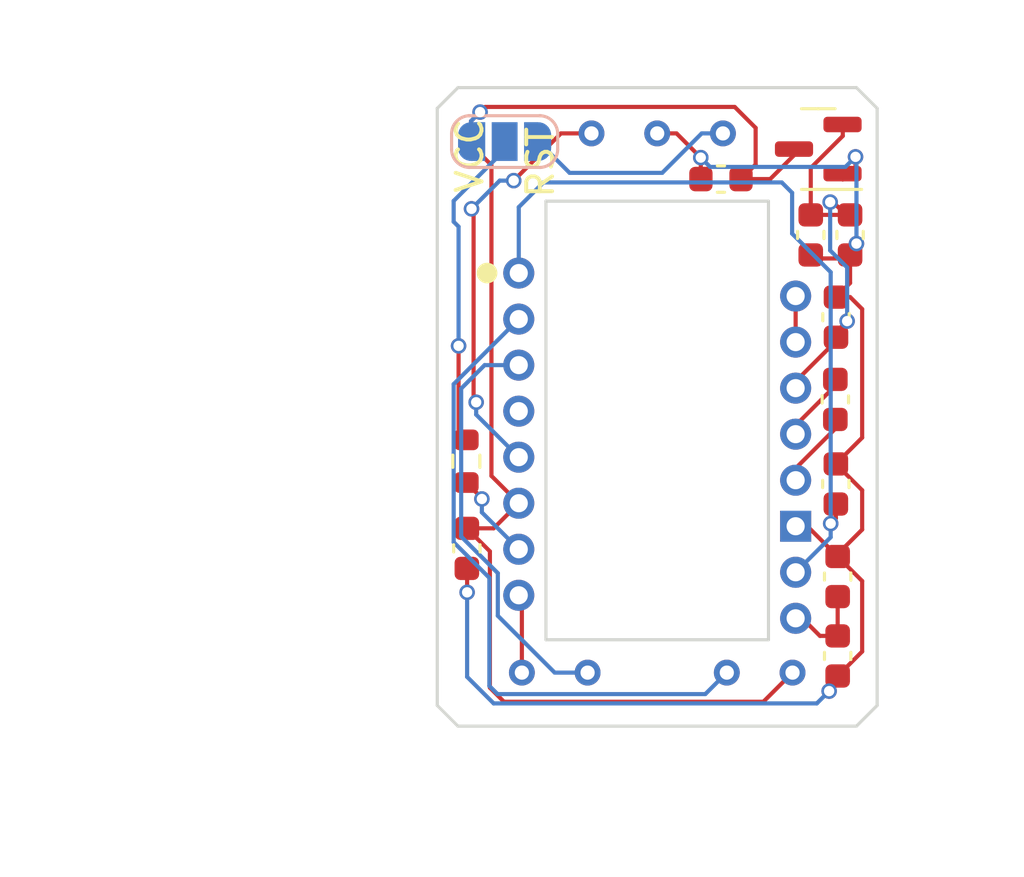
<source format=kicad_pcb>
(kicad_pcb (version 20211014) (generator pcbnew)
  (layers (0 "F.Cu" signal) (31 "B.Cu" signal) (34 "B.Paste" user) (35 "F.Paste" user) (36 "B.SilkS" user "B.Silkscreen") (37 "F.SilkS" user "F.Silkscreen") (38 "B.Mask" user) (39 "F.Mask" user) (44 "Edge.Cuts" user))
  (net 0 "")
  (footprint "Capacitor_SMD:C_0603_1608Metric" (layer "F.Cu") (at 139.29 99.14 -90)
    (fp_text reference "C10" hide)
    (fp_text value "1u")
    (fp_line (start -0.14058 0.51) (end 0.14058 0.51) (layer "F.SilkS") (width 0.12))
    (fp_line (start -0.14058 -0.51) (end 0.14058 -0.51) (layer "F.SilkS") (width 0.12))
    (pad "1" smd roundrect (at -0.775 0 270) (size 0.9 0.95) (layers "F.Cu" "F.Paste" "F.Mask"))
    (pad "2" smd roundrect (at 0.775 0 270) (size 0.9 0.95) (layers "F.Cu" "F.Paste" "F.Mask"))
  )
  (footprint "Capacitor_SMD:C_0603_1608Metric" (layer "F.Cu") (at 140.33 115.42 -90)
    (fp_text reference "C12" hide)
    (fp_text value " 10u (X7R)")
    (fp_line (start -0.14058 0.51) (end 0.14058 0.51) (layer "F.SilkS") (width 0.12))
    (fp_line (start -0.14058 -0.51) (end 0.14058 -0.51) (layer "F.SilkS") (width 0.12))
    (pad "1" smd roundrect (at -0.775 0 270) (size 0.9 0.95) (layers "F.Cu" "F.Paste" "F.Mask"))
    (pad "2" smd roundrect (at 0.775 0 270) (size 0.9 0.95) (layers "F.Cu" "F.Paste" "F.Mask"))
  )
  (footprint "Capacitor_SMD:C_0603_1608Metric" (layer "F.Cu") (at 140.24 105.5 -90)
    (fp_text reference "C8" hide)
    (fp_text value " 100n (X7R)")
    (fp_line (start -0.14058 0.51) (end 0.14058 0.51) (layer "F.SilkS") (width 0.12))
    (fp_line (start -0.14058 -0.51) (end 0.14058 -0.51) (layer "F.SilkS") (width 0.12))
    (pad "1" smd roundrect (at -0.775 0 270) (size 0.9 0.95) (layers "F.Cu" "F.Paste" "F.Mask"))
    (pad "2" smd roundrect (at 0.775 0 270) (size 0.9 0.95) (layers "F.Cu" "F.Paste" "F.Mask"))
  )
  (footprint "Resistor_SMD:R_0603_1608Metric" (layer "F.Cu") (at 125.98 107.89 -90)
    (fp_text reference "R13" hide)
    (fp_text value "2M")
    (fp_line (start -0.237258 -0.5225) (end 0.237258 -0.5225) (layer "F.SilkS") (width 0.12))
    (fp_line (start -0.237258 0.5225) (end 0.237258 0.5225) (layer "F.SilkS") (width 0.12))
    (pad "1" smd roundrect (at -0.825 0 270) (size 0.8 0.95) (layers "F.Cu" "F.Paste" "F.Mask"))
    (pad "2" smd roundrect (at 0.825 0 270) (size 0.8 0.95) (layers "F.Cu" "F.Paste" "F.Mask"))
  )
  (footprint "Capacitor_SMD:C_0603_1608Metric" (layer "F.Cu") (at 140.33 112.35 90)
    (fp_text reference "C13" hide)
    (fp_text value " 10n (X7R)")
    (fp_line (start -0.14058 0.51) (end 0.14058 0.51) (layer "F.SilkS") (width 0.12))
    (fp_line (start -0.14058 -0.51) (end 0.14058 -0.51) (layer "F.SilkS") (width 0.12))
    (pad "1" smd roundrect (at -0.775 0 90) (size 0.9 0.95) (layers "F.Cu" "F.Paste" "F.Mask"))
    (pad "2" smd roundrect (at 0.775 0 90) (size 0.9 0.95) (layers "F.Cu" "F.Paste" "F.Mask"))
  )
  (footprint "Package_TO_SOT_SMD:SOT-23" (layer "F.Cu") (at 139.58 95.82 180)
    (fp_text reference "U7" hide)
    (fp_text value "MCP1700-1802E-TT")
    (fp_line (start 0 1.56) (end -0.65 1.56) (layer "F.SilkS") (width 0.12))
    (fp_line (start 0 -1.56) (end -1.675 -1.56) (layer "F.SilkS") (width 0.12))
    (fp_line (start 0 1.56) (end 0.65 1.56) (layer "F.SilkS") (width 0.12))
    (fp_line (start 0 -1.56) (end 0.65 -1.56) (layer "F.SilkS") (width 0.12))
    (pad "1" smd roundrect (at -0.9375 -0.95 180) (size 1.475 0.6) (layers "F.Cu" "F.Paste" "F.Mask"))
    (pad "2" smd roundrect (at -0.9375 0.95 180) (size 1.475 0.6) (layers "F.Cu" "F.Paste" "F.Mask"))
    (pad "3" smd roundrect (at 0.9375 0 180) (size 1.475 0.6) (layers "F.Cu" "F.Paste" "F.Mask"))
  )
  (footprint "Capacitor_SMD:C_0603_1608Metric" (layer "F.Cu") (at 140.265 102.32 90)
    (fp_text reference "C7" hide)
    (fp_text value "3.3u/16V")
    (fp_line (start -0.14058 -0.51) (end 0.14058 -0.51) (layer "F.SilkS") (width 0.12))
    (fp_line (start -0.14058 0.51) (end 0.14058 0.51) (layer "F.SilkS") (width 0.12))
    (pad "1" smd roundrect (at -0.775 0 90) (size 0.9 0.95) (layers "F.Cu" "F.Paste" "F.Mask"))
    (pad "2" smd roundrect (at 0.775 0 90) (size 0.9 0.95) (layers "F.Cu" "F.Paste" "F.Mask"))
  )
  (footprint "mylib:PMW3610" (layer "F.Cu") (at 128.006 100.614)
    (fp_text reference "U6" hide)
    (fp_text value "PMW3610")
    (fp_circle (center -1.225 0) (end -1.025 0) (layer "F.SilkS") (width 0.4) (fill none))
    (fp_line (start 1.05 -2.78) (end 1.05 14.18) (layer "Edge.Cuts") (width 0.12))
    (fp_line (start 1.05 -2.78) (end 9.65 -2.78) (layer "Edge.Cuts") (width 0.12))
    (fp_line (start 1.05 14.18) (end 9.65 14.18) (layer "Edge.Cuts") (width 0.12))
    (fp_line (start 9.65 -2.78) (end 9.65 14.18) (layer "Edge.Cuts") (width 0.12))
    (pad "1" thru_hole circle (at 0 0) (size 1.2 1.2) (drill 0.7) (layers *.Cu *.Mask))
    (pad "2" thru_hole circle (at 0 1.78) (size 1.2 1.2) (drill 0.7) (layers *.Cu *.Mask))
    (pad "3" thru_hole circle (at 0 3.56) (size 1.2 1.2) (drill 0.7) (layers *.Cu *.Mask))
    (pad "4" thru_hole circle (at 0 5.34) (size 1.2 1.2) (drill 0.7) (layers *.Cu *.Mask))
    (pad "5" thru_hole circle (at 0 7.12) (size 1.2 1.2) (drill 0.7) (layers *.Cu *.Mask))
    (pad "6" thru_hole circle (at 0 8.9) (size 1.2 1.2) (drill 0.7) (layers *.Cu *.Mask))
    (pad "7" thru_hole circle (at 0 10.68) (size 1.2 1.2) (drill 0.7) (layers *.Cu *.Mask))
    (pad "8" thru_hole circle (at 0 12.46) (size 1.2 1.2) (drill 0.7) (layers *.Cu *.Mask))
    (pad "9" thru_hole circle (at 10.7 13.35) (size 1.2 1.2) (drill 0.7) (layers *.Cu *.Mask))
    (pad "10" thru_hole circle (at 10.7 11.57) (size 1.2 1.2) (drill 0.7) (layers *.Cu *.Mask))
    (pad "11" thru_hole rect (at 10.7 9.79) (size 1.2 1.2) (drill 0.7) (layers *.Cu *.Mask))
    (pad "12" thru_hole circle (at 10.7 8.01) (size 1.2 1.2) (drill 0.7) (layers *.Cu *.Mask))
    (pad "13" thru_hole circle (at 10.7 6.23) (size 1.2 1.2) (drill 0.7) (layers *.Cu *.Mask))
    (pad "14" thru_hole circle (at 10.7 4.45) (size 1.2 1.2) (drill 0.7) (layers *.Cu *.Mask))
    (pad "15" thru_hole circle (at 10.7 2.67) (size 1.2 1.2) (drill 0.7) (layers *.Cu *.Mask))
    (pad "16" thru_hole circle (at 10.7 0.89) (size 1.2 1.2) (drill 0.7) (layers *.Cu *.Mask))
  )
  (footprint "Capacitor_SMD:C_0603_1608Metric" (layer "F.Cu") (at 135.82 96.98)
    (fp_text reference "C9" hide)
    (fp_text value "1u")
    (fp_line (start -0.14058 -0.51) (end 0.14058 -0.51) (layer "F.SilkS") (width 0.12))
    (fp_line (start -0.14058 0.51) (end 0.14058 0.51) (layer "F.SilkS") (width 0.12))
    (pad "1" smd roundrect (at -0.775 0) (size 0.9 0.95) (layers "F.Cu" "F.Paste" "F.Mask"))
    (pad "2" smd roundrect (at 0.775 0) (size 0.9 0.95) (layers "F.Cu" "F.Paste" "F.Mask"))
  )
  (footprint "Capacitor_SMD:C_0603_1608Metric" (layer "F.Cu") (at 140.26 108.77 90)
    (fp_text reference "C5" hide)
    (fp_text value "10n")
    (fp_line (start -0.14058 -0.51) (end 0.14058 -0.51) (layer "F.SilkS") (width 0.12))
    (fp_line (start -0.14058 0.51) (end 0.14058 0.51) (layer "F.SilkS") (width 0.12))
    (pad "1" smd roundrect (at -0.775 0 90) (size 0.9 0.95) (layers "F.Cu" "F.Paste" "F.Mask"))
    (pad "2" smd roundrect (at 0.775 0 90) (size 0.9 0.95) (layers "F.Cu" "F.Paste" "F.Mask"))
  )
  (footprint "Capacitor_SMD:C_0603_1608Metric" (layer "F.Cu") (at 126 111.26 -90)
    (fp_text reference "C11" hide)
    (fp_text value "100n")
    (fp_line (start -0.14058 -0.51) (end 0.14058 -0.51) (layer "F.SilkS") (width 0.12))
    (fp_line (start -0.14058 0.51) (end 0.14058 0.51) (layer "F.SilkS") (width 0.12))
    (pad "1" smd roundrect (at -0.775 0 270) (size 0.9 0.95) (layers "F.Cu" "F.Paste" "F.Mask"))
    (pad "2" smd roundrect (at 0.775 0 270) (size 0.9 0.95) (layers "F.Cu" "F.Paste" "F.Mask"))
  )
  (footprint "Capacitor_SMD:C_0603_1608Metric" (layer "F.Cu") (at 140.81 99.14 -90)
    (fp_text reference "C6" hide)
    (fp_text value "100n")
    (fp_line (start -0.14058 0.51) (end 0.14058 0.51) (layer "F.SilkS") (width 0.12))
    (fp_line (start -0.14058 -0.51) (end 0.14058 -0.51) (layer "F.SilkS") (width 0.12))
    (pad "1" smd roundrect (at -0.775 0 270) (size 0.9 0.95) (layers "F.Cu" "F.Paste" "F.Mask"))
    (pad "2" smd roundrect (at 0.775 0 270) (size 0.9 0.95) (layers "F.Cu" "F.Paste" "F.Mask"))
  )
  (footprint "mylib:PMW3610-Ref-Male" (layer "F.Cu") (at 128.006 100.614)
    (fp_text reference "J3" hide)
    (fp_text value "Conn_01x07")
    (fp_line (start -2.35 17.52) (end -3.15 16.72) (layer "Edge.Cuts") (width 0.12))
    (fp_line (start 13.85 -6.37) (end 13.85 16.72) (layer "Edge.Cuts") (width 0.12))
    (fp_line (start -3.15 16.72) (end -3.15 -6.37) (layer "Edge.Cuts") (width 0.12))
    (fp_line (start 13.05 17.52) (end -2.35 17.52) (layer "Edge.Cuts") (width 0.12))
    (fp_line (start 13.05 -7.17) (end 13.85 -6.37) (layer "Edge.Cuts") (width 0.12))
    (fp_line (start 13.85 16.72) (end 13.05 17.52) (layer "Edge.Cuts") (width 0.12))
    (fp_line (start -2.35 -7.17) (end 13.05 -7.17) (layer "Edge.Cuts") (width 0.12))
    (fp_line (start -3.15 -6.37) (end -2.35 -7.17) (layer "Edge.Cuts") (width 0.12))
    (pad "gnd" thru_hole circle (at 5.35 -5.4) (size 1 1) (drill 0.55) (layers *.Cu *.Mask))
    (pad "intr" thru_hole circle (at 0.12 15.45) (size 1 1) (drill 0.55) (layers *.Cu *.Mask))
    (pad "ncs" thru_hole circle (at 2.81 -5.4) (size 1 1) (drill 0.55) (layers *.Cu *.Mask))
    (pad "rst" thru_hole circle (at 7.89 -5.4) (size 1 1) (drill 0.55) (layers *.Cu *.Mask))
    (pad "sclk" thru_hole circle (at 2.66 15.45) (size 1 1) (drill 0.55) (layers *.Cu *.Mask))
    (pad "sdio" thru_hole circle (at 8.04 15.45) (size 1 1) (drill 0.55) (layers *.Cu *.Mask))
    (pad "vcc" thru_hole circle (at 10.58 15.45) (size 1 1) (drill 0.55) (layers *.Cu *.Mask))
  )
  (footprint "Jumper:SolderJumper-3_P1.3mm_Open_RoundedPad1.0x1.5mm_NumberLabels" (layer "B.Cu") (at 127.46 95.53 180)
    (fp_text reference "JP1" hide)
    (fp_text value "SolderJumper_3_Open")
    (fp_line (start 1.4 -1) (end -1.4 -1) (layer "B.SilkS") (width 0.12))
    (fp_line (start -2.05 -0.3) (end -2.05 0.3) (layer "B.SilkS") (width 0.12))
    (fp_line (start 2.05 0.3) (end 2.05 -0.3) (layer "B.SilkS") (width 0.12))
    (fp_line (start -1.4 1) (end 1.4 1) (layer "B.SilkS") (width 0.12))
    (fp_arc (start -1.35 1) (mid -1.844975 0.794975) (end -2.05 0.3) (layer "B.SilkS") (width 0.12))
    (fp_arc (start -2.05 -0.3) (mid -1.844975 -0.794975) (end -1.35 -1) (layer "B.SilkS") (width 0.12))
    (fp_arc (start 2.05 0.3) (mid 1.844975 0.794975) (end 1.35 1) (layer "B.SilkS") (width 0.12))
    (fp_arc (start 1.35 -1) (mid 1.844975 -0.794975) (end 2.05 -0.3) (layer "B.SilkS") (width 0.12))
    (pad "1" smd custom (at -1.3 0 180) (size 1 0.5) (layers "B.Cu" "B.Mask") (options (clearance outline) (anchor rect)) (primitives (gr_circle (center 0 -0.25) (end 0.5 -0.25) (width 0) (fill yes)) (gr_circle (center 0 0.25) (end 0.5 0.25) (width 0) (fill yes)) (gr_poly (pts (xy 0.55 -0.75) (xy 0 -0.75) (xy 0 0.75) (xy 0.55 0.75)) (width 0) (fill yes))))
    (pad "2" smd rect (at 0 0 180) (size 1 1.5) (layers "B.Cu" "B.Mask"))
    (pad "3" smd custom (at 1.3 0 180) (size 1 0.5) (layers "B.Cu" "B.Mask") (options (clearance outline) (anchor rect)) (primitives (gr_circle (center 0 -0.25) (end 0.5 -0.25) (width 0) (fill yes)) (gr_circle (center 0 0.25) (end 0.5 0.25) (width 0) (fill yes)) (gr_poly (pts (xy 0 -0.75) (xy -0.55 -0.75) (xy -0.55 0.75) (xy 0 0.75)) (width 0) (fill yes))))
  )
  (gr_text "RST" (at 128.84 96.33 90) (layer "F.SilkS") (effects (font (size 1 1))))
  (gr_text "VCC" (at 126.11 96.07 90) (layer "F.SilkS") (effects (font (size 1 1))))
  (segment (start 140.33 116.45) (end 140 116.78) (width 0.16) (layer "F.Cu") (net 0))
  (segment (start 140.81 99.721) (end 141.0565 99.4745) (width 0.16) (layer "F.Cu") (net 0))
  (segment (start 141.27648 102.00648) (end 141.27648 106.97852) (width 0.16) (layer "F.Cu") (net 0))
  (segment (start 126.89 111.375) (end 126.89 116.647714) (width 0.16) (layer "F.Cu") (net 0))
  (segment (start 126.95 108.458) (end 126.95 96.44) (width 0.16) (layer "F.Cu") (net 0))
  (segment (start 126.18 98.13) (end 126.26 98.21) (width 0.16) (layer "F.Cu") (net 0))
  (segment (start 136.595 96.98) (end 137.7225 96.98) (width 0.16) (layer "F.Cu") (net 0))
  (segment (start 138.706 106.504) (end 140.24 104.97) (width 0.16) (layer "F.Cu") (net 0))
  (segment (start 140.5275 95.3125) (end 140.5275 95.1) (width 0.16) (layer "F.Cu") (net 0))
  (segment (start 140.265 103.245) (end 138.706 104.804) (width 0.16) (layer "F.Cu") (net 0))
  (segment (start 127.432286 117.19) (end 137.46 117.19) (width 0.16) (layer "F.Cu") (net 0))
  (segment (start 133.356 95.214) (end 134.104 95.214) (width 0.16) (layer "F.Cu") (net 0))
  (segment (start 126.26 98.21) (end 126.26 105.51) (width 0.16) (layer "F.Cu") (net 0))
  (segment (start 140.26 109.545) (end 140.26 110.1) (width 0.16) (layer "F.Cu") (net 0))
  (segment (start 126.71 94.19) (end 126.51 94.39) (width 0.16) (layer "F.Cu") (net 0))
  (segment (start 130.816 95.214) (end 129.636 95.214) (width 0.16) (layer "F.Cu") (net 0))
  (segment (start 126 110.485) (end 127.035 110.485) (width 0.16) (layer "F.Cu") (net 0))
  (segment (start 140.815 101.545) (end 141.27648 102.00648) (width 0.16) (layer "F.Cu") (net 0))
  (segment (start 139.29 100.05) (end 140.81 100.05) (width 0.16) (layer "F.Cu") (net 0))
  (segment (start 126.16 94.74) (end 126.51 94.39) (width 0.16) (layer "F.Cu") (net 0))
  (segment (start 126 110.485) (end 126.89 111.375) (width 0.16) (layer "F.Cu") (net 0))
  (segment (start 139.29 96.55) (end 140.5275 95.3125) (width 0.16) (layer "F.Cu") (net 0))
  (segment (start 139.645 114.645) (end 138.964 113.964) (width 0.16) (layer "F.Cu") (net 0))
  (segment (start 125.98 108.715) (end 126.58 109.315) (width 0.16) (layer "F.Cu") (net 0))
  (segment (start 139.159 110.404) (end 140.33 111.575) (width 0.16) (layer "F.Cu") (net 0))
  (segment (start 126.16 95.65) (end 126.16 94.74) (width 0.16) (layer "F.Cu") (net 0))
  (segment (start 140.33 114.645) (end 139.645 114.645) (width 0.16) (layer "F.Cu") (net 0))
  (segment (start 141.27648 115.24852) (end 140.33 116.195) (width 0.16) (layer "F.Cu") (net 0))
  (segment (start 136.595 96.98) (end 137.16 96.415) (width 0.16) (layer "F.Cu") (net 0))
  (segment (start 141.27648 106.97852) (end 140.355 107.9) (width 0.16) (layer "F.Cu") (net 0))
  (segment (start 141.27648 110.53352) (end 140.34 111.47) (width 0.16) (layer "F.Cu") (net 0))
  (segment (start 140.34 111.585) (end 141.27648 112.52148) (width 0.16) (layer "F.Cu") (net 0))
  (segment (start 126.26 105.51) (end 126.36 105.61) (width 0.16) (layer "F.Cu") (net 0))
  (segment (start 139.29 98.365) (end 140.705 98.365) (width 0.16) (layer "F.Cu") (net 0))
  (segment (start 140.81 98.525) (end 140.155 97.87) (width 0.16) (layer "F.Cu") (net 0))
  (segment (start 137.16 95) (end 136.35 94.19) (width 0.16) (layer "F.Cu") (net 0))
  (segment (start 140.265 102.902431) (end 140.695871 102.47156) (width 0.16) (layer "F.Cu") (net 0))
  (segment (start 126.95 96.44) (end 126.16 95.65) (width 0.16) (layer "F.Cu") (net 0))
  (segment (start 140.5275 97) (end 141.02 96.5075) (width 0.16) (layer "F.Cu") (net 0))
  (segment (start 141.27648 112.52148) (end 141.27648 115.24852) (width 0.16) (layer "F.Cu") (net 0))
  (segment (start 140.265 101.545) (end 140.815 101.545) (width 0.16) (layer "F.Cu") (net 0))
  (segment (start 140.81 100.05) (end 140.81 101) (width 0.16) (layer "F.Cu") (net 0))
  (segment (start 126.58 109.315) (end 126.58 109.35) (width 0.16) (layer "F.Cu") (net 0))
  (segment (start 128.126 116.064) (end 128.126 113.194) (width 0.16) (layer "F.Cu") (net 0))
  (segment (start 138.706 108.164) (end 140.24 106.63) (width 0.16) (layer "F.Cu") (net 0))
  (segment (start 126.89 116.647714) (end 127.432286 117.19) (width 0.16) (layer "F.Cu") (net 0))
  (segment (start 135.04 96.975) (end 135.04 96.15) (width 0.16) (layer "F.Cu") (net 0))
  (segment (start 137.7225 96.98) (end 138.6525 96.05) (width 0.16) (layer "F.Cu") (net 0))
  (segment (start 140.33 114.645) (end 140.33 113.125) (width 0.16) (layer "F.Cu") (net 0))
  (segment (start 126.01 111.85) (end 126.01 112.96) (width 0.16) (layer "F.Cu") (net 0))
  (segment (start 140.155 97.87) (end 140.04 97.87) (width 0.16) (layer "F.Cu") (net 0))
  (segment (start 138.706 103.284) (end 138.706 101.504) (width 0.16) (layer "F.Cu") (net 0))
  (segment (start 141.02 96.5075) (end 141.02 96.12) (width 0.16) (layer "F.Cu") (net 0))
  (segment (start 128.006 109.514) (end 126.95 108.458) (width 0.16) (layer "F.Cu") (net 0))
  (segment (start 140.81 101) (end 140.265 101.545) (width 0.16) (layer "F.Cu") (net 0))
  (segment (start 141.27648 109.01148) (end 141.27648 110.53352) (width 0.16) (layer "F.Cu") (net 0))
  (segment (start 125.68 103.43) (end 125.68 106.765) (width 0.16) (layer "F.Cu") (net 0))
  (segment (start 136.35 94.19) (end 126.71 94.19) (width 0.16) (layer "F.Cu") (net 0))
  (segment (start 137.46 117.19) (end 138.586 116.064) (width 0.16) (layer "F.Cu") (net 0))
  (segment (start 127.035 110.485) (end 128.006 109.514) (width 0.16) (layer "F.Cu") (net 0))
  (segment (start 140.355 108.09) (end 141.27648 109.01148) (width 0.16) (layer "F.Cu") (net 0))
  (segment (start 134.104 95.214) (end 135.04 96.15) (width 0.16) (layer "F.Cu") (net 0))
  (segment (start 129.636 95.214) (end 127.81 97.04) (width 0.16) (layer "F.Cu") (net 0))
  (segment (start 139.29 98.525) (end 139.29 96.55) (width 0.16) (layer "F.Cu") (net 0))
  (segment (start 137.16 96.415) (end 137.16 95) (width 0.16) (layer "F.Cu") (net 0))
  (segment (start 140.26 110.1) (end 140.06 110.3) (width 0.16) (layer "F.Cu") (net 0))
  (via (at 140.04 97.87) (size 0.6) (drill 0.4) (layers "F.Cu" "B.Cu") (net 0))
  (via (at 126.51 94.39) (size 0.6) (drill 0.4) (layers "F.Cu" "B.Cu") (net 0))
  (via (at 126.01 112.96) (size 0.6) (drill 0.4) (layers "F.Cu" "B.Cu") (net 0))
  (via (at 140 116.78) (size 0.6) (drill 0.4) (layers "F.Cu" "B.Cu") (net 0))
  (via (at 126.58 109.35) (size 0.6) (drill 0.4) (layers "F.Cu" "B.Cu") (net 0))
  (via (at 126.18 98.13) (size 0.6) (drill 0.4) (layers "F.Cu" "B.Cu") (net 0))
  (via (at 141.0565 99.4745) (size 0.6) (drill 0.4) (layers "F.Cu" "B.Cu") (net 0))
  (via (at 140.695871 102.47156) (size 0.6) (drill 0.4) (layers "F.Cu" "B.Cu") (net 0))
  (via (at 125.68 103.43) (size 0.6) (drill 0.4) (layers "F.Cu" "B.Cu") (net 0))
  (via (at 141.02 96.12) (size 0.6) (drill 0.4) (layers "F.Cu" "B.Cu") (net 0))
  (via (at 135.04 96.15) (size 0.6) (drill 0.4) (layers "F.Cu" "B.Cu") (net 0))
  (via (at 140.06 110.3) (size 0.6) (drill 0.4) (layers "F.Cu" "B.Cu") (net 0))
  (via (at 126.36 105.61) (size 0.6) (drill 0.4) (layers "F.Cu" "B.Cu") (net 0))
  (via (at 127.81 97.04) (size 0.6) (drill 0.4) (layers "F.Cu" "B.Cu") (net 0))
  (segment (start 129.394 116.064) (end 127.196489 113.866489) (width 0.16) (layer "B.Cu") (net 0))
  (segment (start 138.17 97.11) (end 138.57 97.51) (width 0.16) (layer "B.Cu") (net 0))
  (segment (start 128.960435 97.11) (end 138.17 97.11) (width 0.16) (layer "B.Cu") (net 0))
  (segment (start 127.196489 113.866489) (end 127.196489 112.219011) (width 0.16) (layer "B.Cu") (net 0))
  (segment (start 125.49 98.63) (end 125.68 98.82) (width 0.16) (layer "B.Cu") (net 0))
  (segment (start 127.27 97.04) (end 127.81 97.04) (width 0.16) (layer "B.Cu") (net 0))
  (segment (start 126.869011 116.579011) (end 126.869011 112.399958) (width 0.16) (layer "B.Cu") (net 0))
  (segment (start 127.196489 112.219011) (end 125.78 110.802522) (width 0.16) (layer "B.Cu") (net 0))
  (segment (start 133.55 96.74) (end 135.076 95.214) (width 0.16) (layer "B.Cu") (net 0))
  (segment (start 127.184969 116.894969) (end 126.869011 116.579011) (width 0.16) (layer "B.Cu") (net 0))
  (segment (start 127.46 95.85459) (end 125.49 97.82459) (width 0.16) (layer "B.Cu") (net 0))
  (segment (start 135.076 95.214) (end 135.896 95.214) (width 0.16) (layer "B.Cu") (net 0))
  (segment (start 126.36 106.088) (end 126.36 105.61) (width 0.16) (layer "B.Cu") (net 0))
  (segment (start 140 116.78) (end 139.52552 117.25448) (width 0.16) (layer "B.Cu") (net 0))
  (segment (start 128.006 111.294) (end 126.58 109.868) (width 0.16) (layer "B.Cu") (net 0))
  (segment (start 130.666 116.064) (end 129.394 116.064) (width 0.16) (layer "B.Cu") (net 0))
  (segment (start 139.52552 117.25448) (end 127.036055 117.25448) (width 0.16) (layer "B.Cu") (net 0))
  (segment (start 125.68 98.82) (end 125.68 103.43) (width 0.16) (layer "B.Cu") (net 0))
  (segment (start 140.06 100.58) (end 140.06 110.3) (width 0.16) (layer "B.Cu") (net 0))
  (segment (start 125.490489 111.021436) (end 125.490489 104.909511) (width 0.16) (layer "B.Cu") (net 0))
  (segment (start 136.046 116.064) (end 135.215031 116.894969) (width 0.16) (layer "B.Cu") (net 0))
  (segment (start 129.97 96.74) (end 133.55 96.74) (width 0.16) (layer "B.Cu") (net 0))
  (segment (start 128.006 107.734) (end 126.36 106.088) (width 0.16) (layer "B.Cu") (net 0))
  (segment (start 126.18 98.13) (end 127.27 97.04) (width 0.16) (layer "B.Cu") (net 0))
  (segment (start 126.16 94.74) (end 126.51 94.39) (width 0.16) (layer "B.Cu") (net 0))
  (segment (start 141.0565 96.1565) (end 141.02 96.12) (width 0.16) (layer "B.Cu") (net 0))
  (segment (start 126.869011 112.399958) (end 125.490489 111.021436) (width 0.16) (layer "B.Cu") (net 0))
  (segment (start 140.63 96.51) (end 141.02 96.12) (width 0.16) (layer "B.Cu") (net 0))
  (segment (start 138.57 99.09) (end 140.06 100.58) (width 0.16) (layer "B.Cu") (net 0))
  (segment (start 125.49 97.82459) (end 125.49 98.63) (width 0.16) (layer "B.Cu") (net 0))
  (segment (start 141.0565 99.4745) (end 141.0565 96.1565) (width 0.16) (layer "B.Cu") (net 0))
  (segment (start 135.04 96.15) (end 135.4 96.51) (width 0.16) (layer "B.Cu") (net 0))
  (segment (start 125.78 105.08) (end 126.686 104.174) (width 0.16) (layer "B.Cu") (net 0))
  (segment (start 140.695871 100.395871) (end 140.04 99.74) (width 0.16) (layer "B.Cu") (net 0))
  (segment (start 128.62 95.39) (end 129.97 96.74) (width 0.16) (layer "B.Cu") (net 0))
  (segment (start 126.16 95.53) (end 126.16 94.74) (width 0.16) (layer "B.Cu") (net 0))
  (segment (start 125.490489 104.909511) (end 128.006 102.394) (width 0.16) (layer "B.Cu") (net 0))
  (segment (start 126.686 104.174) (end 128.006 104.174) (width 0.16) (layer "B.Cu") (net 0))
  (segment (start 138.57 97.51) (end 138.57 99.09) (width 0.16) (layer "B.Cu") (net 0))
  (segment (start 140.04 99.74) (end 140.04 97.87) (width 0.16) (layer "B.Cu") (net 0))
  (segment (start 138.706 112.184) (end 140.06 110.83) (width 0.16) (layer "B.Cu") (net 0))
  (segment (start 126.01 116.228425) (end 126.01 112.96) (width 0.16) (layer "B.Cu") (net 0))
  (segment (start 126.58 109.868) (end 126.58 109.35) (width 0.16) (layer "B.Cu") (net 0))
  (segment (start 128.006 100.614) (end 128.006 98.064435) (width 0.16) (layer "B.Cu") (net 0))
  (segment (start 127.036055 117.25448) (end 126.01 116.228425) (width 0.16) (layer "B.Cu") (net 0))
  (segment (start 140.695871 102.47156) (end 140.695871 100.395871) (width 0.16) (layer "B.Cu") (net 0))
  (segment (start 125.78 110.802522) (end 125.78 105.08) (width 0.16) (layer "B.Cu") (net 0))
  (segment (start 135.4 96.51) (end 140.63 96.51) (width 0.16) (layer "B.Cu") (net 0))
  (segment (start 135.215031 116.894969) (end 127.184969 116.894969) (width 0.16) (layer "B.Cu") (net 0))
  (segment (start 128.006 98.064435) (end 128.960435 97.11) (width 0.16) (layer "B.Cu") (net 0))
  (segment (start 140.06 110.83) (end 140.06 110.3) (width 0.16) (layer "B.Cu") (net 0))
)
</source>
